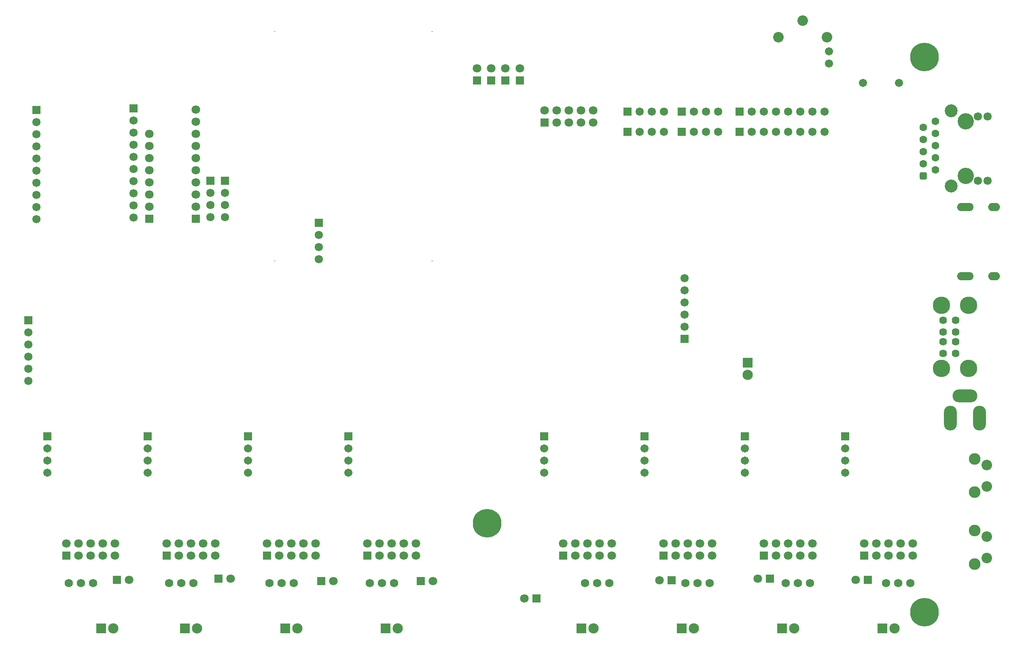
<source format=gbs>
G04*
G04 #@! TF.GenerationSoftware,Altium Limited,Altium Designer,19.0.15 (446)*
G04*
G04 Layer_Color=16711935*
%FSLAX43Y43*%
%MOMM*%
G71*
G01*
G75*
%ADD100C,2.203*%
%ADD133C,1.723*%
%ADD134R,1.723X1.723*%
%ADD135C,2.153*%
%ADD136R,2.153X2.153*%
%ADD137R,2.153X2.153*%
%ADD138C,1.803*%
%ADD139R,1.803X1.803*%
%ADD140C,1.727*%
%ADD141R,1.711X1.711*%
%ADD142C,1.711*%
%ADD143O,2.703X5.203*%
%ADD144O,5.203X2.703*%
%ADD145C,6.000*%
%ADD146C,1.623*%
%ADD147C,3.653*%
%ADD148C,1.703*%
%ADD149O,3.503X1.703*%
%ADD150O,2.503X1.703*%
%ADD151R,1.723X1.723*%
%ADD153R,1.803X1.803*%
%ADD154C,1.603*%
G04:AMPARAMS|DCode=155|XSize=1.603mm|YSize=1.603mm|CornerRadius=0.452mm|HoleSize=0mm|Usage=FLASHONLY|Rotation=270.000|XOffset=0mm|YOffset=0mm|HoleType=Round|Shape=RoundedRectangle|*
%AMROUNDEDRECTD155*
21,1,1.603,0.700,0,0,270.0*
21,1,0.700,1.603,0,0,270.0*
1,1,0.903,-0.350,-0.350*
1,1,0.903,-0.350,0.350*
1,1,0.903,0.350,0.350*
1,1,0.903,0.350,-0.350*
%
%ADD155ROUNDEDRECTD155*%
%ADD156C,2.703*%
%ADD157C,3.403*%
%ADD158C,2.453*%
%ADD211C,0.203*%
D100*
X171000Y133250D02*
D03*
X165920Y129750D02*
D03*
X176080D02*
D03*
X209500Y20750D02*
D03*
Y25250D02*
D03*
Y35750D02*
D03*
Y40250D02*
D03*
D133*
X69720Y88380D02*
D03*
Y85840D02*
D03*
Y83300D02*
D03*
D03*
Y85840D02*
D03*
Y88380D02*
D03*
X9000Y60320D02*
D03*
Y62860D02*
D03*
X50100Y97170D02*
D03*
Y94630D02*
D03*
Y92090D02*
D03*
D03*
Y94630D02*
D03*
Y97170D02*
D03*
X9000Y57780D02*
D03*
Y67940D02*
D03*
Y65400D02*
D03*
X146300Y79301D02*
D03*
Y76761D02*
D03*
Y74221D02*
D03*
Y69141D02*
D03*
Y71681D02*
D03*
X148280Y110000D02*
D03*
X150820D02*
D03*
X153360D02*
D03*
D03*
X150820D02*
D03*
X148280D02*
D03*
X170500Y114200D02*
D03*
X167960D02*
D03*
X165420D02*
D03*
X160340D02*
D03*
X162880D02*
D03*
X173040D02*
D03*
X175580D02*
D03*
X170500Y110000D02*
D03*
X167960D02*
D03*
X165420D02*
D03*
X160340D02*
D03*
X162880D02*
D03*
X173040D02*
D03*
X175580D02*
D03*
X136905D02*
D03*
X139445D02*
D03*
X141985D02*
D03*
D03*
X139445D02*
D03*
X136905D02*
D03*
X148280Y114200D02*
D03*
X150820D02*
D03*
X153360D02*
D03*
D03*
X150820D02*
D03*
X148280D02*
D03*
X136905D02*
D03*
X139445D02*
D03*
X141985D02*
D03*
D03*
X139445D02*
D03*
X136905D02*
D03*
X10675Y91720D02*
D03*
Y94260D02*
D03*
Y96800D02*
D03*
Y101880D02*
D03*
Y104420D02*
D03*
Y106960D02*
D03*
Y112040D02*
D03*
Y109500D02*
D03*
Y99340D02*
D03*
X31000Y92000D02*
D03*
Y94540D02*
D03*
Y97080D02*
D03*
Y102160D02*
D03*
Y104700D02*
D03*
Y107240D02*
D03*
Y112320D02*
D03*
Y109780D02*
D03*
Y99620D02*
D03*
X207640Y113200D02*
D03*
Y99750D02*
D03*
X209670Y113200D02*
D03*
Y99750D02*
D03*
X47050Y97170D02*
D03*
Y94630D02*
D03*
Y92090D02*
D03*
D03*
Y94630D02*
D03*
Y97170D02*
D03*
D134*
X69720Y90920D02*
D03*
D03*
X50100Y99710D02*
D03*
D03*
X9000Y70480D02*
D03*
X146300Y66601D02*
D03*
X10675Y114580D02*
D03*
X31000Y114860D02*
D03*
X47050Y99710D02*
D03*
D03*
D135*
X159500Y59080D02*
D03*
X26763Y6000D02*
D03*
X44270D02*
D03*
X86270D02*
D03*
X127270D02*
D03*
X148270D02*
D03*
X169270D02*
D03*
X190270D02*
D03*
X65270D02*
D03*
D136*
X159500Y61620D02*
D03*
D137*
X24223Y6000D02*
D03*
X41730D02*
D03*
X83730D02*
D03*
X124730D02*
D03*
X145730D02*
D03*
X166730D02*
D03*
X187730D02*
D03*
X62730D02*
D03*
D138*
X182082Y16200D02*
D03*
X161583Y16400D02*
D03*
X141030Y16100D02*
D03*
X112796Y12246D02*
D03*
X93627Y15900D02*
D03*
X72770D02*
D03*
X51265Y16400D02*
D03*
X30022Y16200D02*
D03*
X16920Y23770D02*
D03*
X19460Y21230D02*
D03*
Y23770D02*
D03*
X22000Y21230D02*
D03*
Y23770D02*
D03*
X24540Y21230D02*
D03*
X27080D02*
D03*
X24540Y23770D02*
D03*
X27080D02*
D03*
X37920D02*
D03*
X40460Y21230D02*
D03*
Y23770D02*
D03*
X43000Y21230D02*
D03*
Y23770D02*
D03*
X45540Y21230D02*
D03*
X48080D02*
D03*
X45540Y23770D02*
D03*
X48080D02*
D03*
X58920D02*
D03*
X61460Y21230D02*
D03*
Y23770D02*
D03*
X64000Y21230D02*
D03*
Y23770D02*
D03*
X66540Y21230D02*
D03*
X69080D02*
D03*
X66540Y23770D02*
D03*
X69080D02*
D03*
X79920D02*
D03*
X82460Y21230D02*
D03*
Y23770D02*
D03*
X85000Y21230D02*
D03*
Y23770D02*
D03*
X87540Y21230D02*
D03*
X90080D02*
D03*
X87540Y23770D02*
D03*
X90080D02*
D03*
X120920D02*
D03*
X123460Y21230D02*
D03*
Y23770D02*
D03*
X126000Y21230D02*
D03*
Y23770D02*
D03*
X128540Y21230D02*
D03*
X131080D02*
D03*
X128540Y23770D02*
D03*
X131080D02*
D03*
X141920D02*
D03*
X144460Y21230D02*
D03*
Y23770D02*
D03*
X147000Y21230D02*
D03*
Y23770D02*
D03*
X149540Y21230D02*
D03*
X152080D02*
D03*
X149540Y23770D02*
D03*
X152080D02*
D03*
X162920D02*
D03*
X165460Y21230D02*
D03*
Y23770D02*
D03*
X168000Y21230D02*
D03*
Y23770D02*
D03*
X170540Y21230D02*
D03*
X173080D02*
D03*
X170540Y23770D02*
D03*
X173080D02*
D03*
X183920D02*
D03*
X186460Y21230D02*
D03*
Y23770D02*
D03*
X189000Y21230D02*
D03*
Y23770D02*
D03*
X191540Y21230D02*
D03*
X194080D02*
D03*
X191540Y23770D02*
D03*
X194080D02*
D03*
X44025Y109580D02*
D03*
Y107040D02*
D03*
Y101960D02*
D03*
Y96880D02*
D03*
Y94340D02*
D03*
Y99420D02*
D03*
Y104500D02*
D03*
Y112120D02*
D03*
Y114660D02*
D03*
X34275Y104500D02*
D03*
Y99420D02*
D03*
Y94340D02*
D03*
Y96880D02*
D03*
Y101960D02*
D03*
Y107040D02*
D03*
Y109580D02*
D03*
X116980Y114500D02*
D03*
X119520Y111960D02*
D03*
Y114500D02*
D03*
X122060Y111960D02*
D03*
Y114500D02*
D03*
X124600Y111960D02*
D03*
X127140D02*
D03*
X124600Y114500D02*
D03*
X127140D02*
D03*
X105825Y123270D02*
D03*
X102825D02*
D03*
X108825D02*
D03*
X111825D02*
D03*
D139*
X184622Y16200D02*
D03*
X164123Y16400D02*
D03*
X143570Y16100D02*
D03*
X115336Y12246D02*
D03*
X91087Y15900D02*
D03*
X70230D02*
D03*
X48725Y16400D02*
D03*
X27482Y16200D02*
D03*
X16920Y21230D02*
D03*
X37920D02*
D03*
X58920D02*
D03*
X79920D02*
D03*
X120920D02*
D03*
X141920D02*
D03*
X162920D02*
D03*
X183920D02*
D03*
X116980Y111960D02*
D03*
D140*
X193520Y15500D02*
D03*
X190980D02*
D03*
X188440D02*
D03*
X172520D02*
D03*
X169980D02*
D03*
X167440D02*
D03*
X151520D02*
D03*
X148980D02*
D03*
X146440D02*
D03*
X130520D02*
D03*
X127980D02*
D03*
X125440D02*
D03*
X85540D02*
D03*
X83000D02*
D03*
X80460D02*
D03*
X64540D02*
D03*
X62000D02*
D03*
X59460D02*
D03*
X43540D02*
D03*
X41000D02*
D03*
X38460D02*
D03*
X22540D02*
D03*
X20000D02*
D03*
X17460D02*
D03*
D141*
X179934Y46250D02*
D03*
X158934D02*
D03*
X137934D02*
D03*
X116934D02*
D03*
X75934D02*
D03*
X54933D02*
D03*
X33933D02*
D03*
X12934D02*
D03*
D142*
X179934Y43710D02*
D03*
Y38630D02*
D03*
Y41170D02*
D03*
X158934Y43710D02*
D03*
Y38630D02*
D03*
Y41170D02*
D03*
X137934Y43710D02*
D03*
Y38630D02*
D03*
Y41170D02*
D03*
X116934Y43710D02*
D03*
Y38630D02*
D03*
Y41170D02*
D03*
X75934Y43710D02*
D03*
Y38630D02*
D03*
Y41170D02*
D03*
X54933Y43710D02*
D03*
Y38630D02*
D03*
Y41170D02*
D03*
X33933Y43710D02*
D03*
Y38630D02*
D03*
Y41170D02*
D03*
X12934Y43710D02*
D03*
Y38630D02*
D03*
Y41170D02*
D03*
D143*
X201950Y50000D02*
D03*
X208000D02*
D03*
D144*
X204950Y54700D02*
D03*
D145*
X105000Y28000D02*
D03*
X196500Y9400D02*
D03*
Y125600D02*
D03*
D146*
X200390Y63550D02*
D03*
Y70550D02*
D03*
Y68050D02*
D03*
Y66050D02*
D03*
X203010Y68050D02*
D03*
Y66050D02*
D03*
Y70550D02*
D03*
Y63550D02*
D03*
D147*
X200040Y60480D02*
D03*
Y73620D02*
D03*
X205720D02*
D03*
Y60480D02*
D03*
D148*
X176550Y124305D02*
D03*
Y126845D02*
D03*
X183600Y120200D02*
D03*
X191200D02*
D03*
D149*
X205060Y79725D02*
D03*
Y94225D02*
D03*
D150*
X211020D02*
D03*
Y79725D02*
D03*
D151*
X145740Y110000D02*
D03*
D03*
X157800Y114200D02*
D03*
Y110000D02*
D03*
X134365D02*
D03*
D03*
X145740Y114200D02*
D03*
D03*
X134365D02*
D03*
D03*
D153*
X44025Y91800D02*
D03*
X34275D02*
D03*
X105825Y120730D02*
D03*
X102825D02*
D03*
X108825D02*
D03*
X111825D02*
D03*
D154*
X198750Y112190D02*
D03*
Y109650D02*
D03*
Y107110D02*
D03*
Y104570D02*
D03*
Y102030D02*
D03*
X196210Y110920D02*
D03*
Y108380D02*
D03*
Y105840D02*
D03*
Y103300D02*
D03*
D155*
Y100760D02*
D03*
D156*
X202050Y98600D02*
D03*
Y114350D02*
D03*
D157*
X205100Y112190D02*
D03*
Y100760D02*
D03*
D158*
X207000Y26500D02*
D03*
Y19500D02*
D03*
Y41500D02*
D03*
Y34500D02*
D03*
D211*
X60500Y131000D02*
D03*
X93500D02*
D03*
Y83000D02*
D03*
X60500D02*
D03*
M02*

</source>
